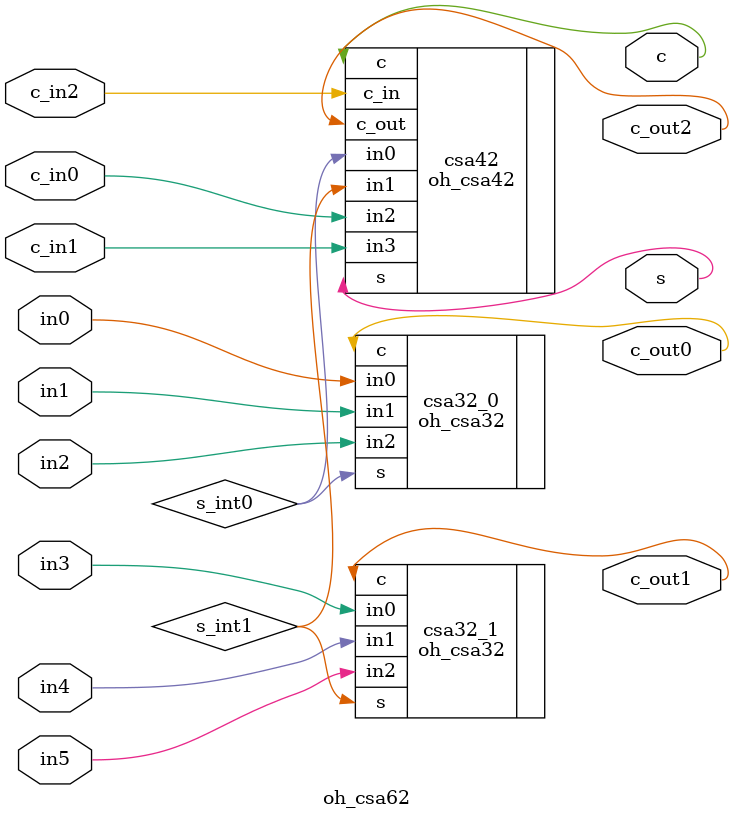
<source format=v>
module oh_csa62 (/*AUTOARG*/
   // Outputs
   s, c, c_out0, c_out1, c_out2,
   // Inputs
   in0, in1, in2, in3, in4, in5, c_in0, c_in1, c_in2
   );

   input in0;
   input in1;
   input in2;
   input in3;
   input in4;
   input in5;
   input c_in0;
   input c_in1;
   input c_in2;

   output s;
   output c;
   output c_out0;
   output c_out1;
   output c_out2;

   wire   s_int0;
   wire   s_int1;

   oh_csa32 csa32_0 (.in0(in0),.in1(in1),.in2(in2),.c(c_out0),.s(s_int0));
   oh_csa32 csa32_1 (.in0(in3),.in1(in4),.in2(in5),.c(c_out1),.s(s_int1));

   oh_csa42 csa42 (.in0(s_int0),.in1(s_int1),.in2(c_in0),.in3(c_in1),.c_in(c_in2),
                .c_out(c_out2),.c(c),.s(s));

endmodule // oh_csa62


</source>
